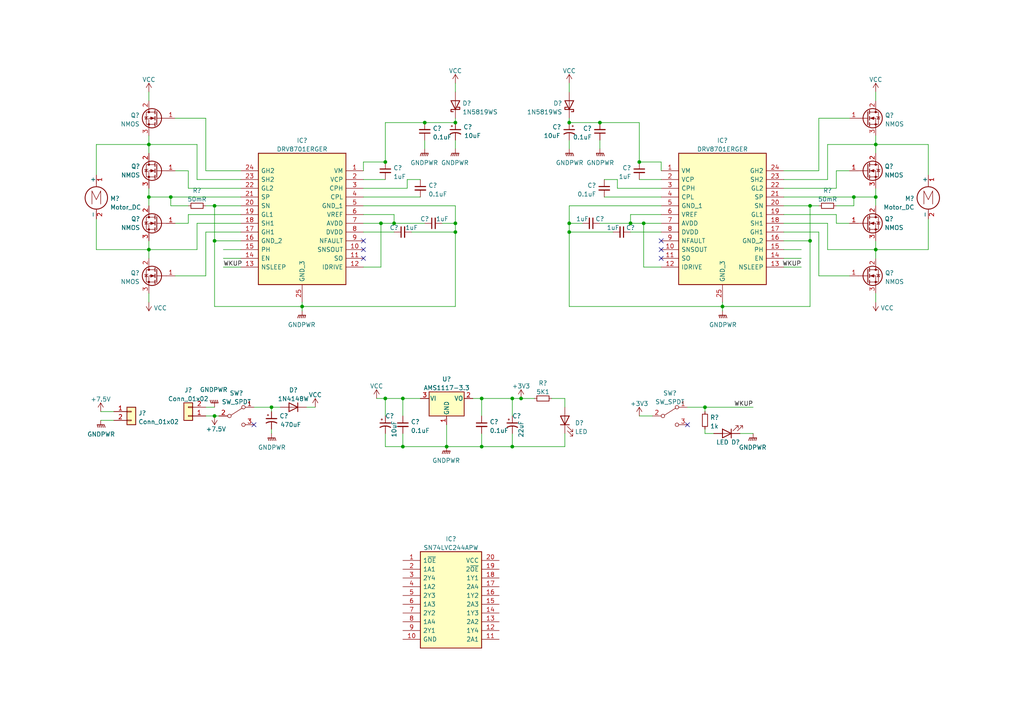
<source format=kicad_sch>
(kicad_sch (version 20211123) (generator eeschema)
  (paper "A4")
  (lib_symbols
    (symbol "Connector_Generic:Conn_01x02" (pin_names (offset 1.016) hide)
      (property "Reference" "J" (at 0 2.54 0))
      (property "Value" "Conn_01x02" (at 0 -5.08 0))
      (symbol "Conn_01x02_1_1"
        (rectangle (start -1.27 -2.413) (end 0 -2.667) (stroke (width 0.1524)))
        (rectangle (start -1.27 0.127) (end 0 -0.127) (stroke (width 0.1524)))
        (rectangle (start -1.27 1.27) (end 1.27 -3.81) (stroke (width 0.254)) (fill (type background)))
        (pin passive line (at -5.08 0 0) (length 3.81) (name "Pin_1") (number "1"))
        (pin passive line (at -5.08 -2.54 0) (length 3.81) (name "Pin_2") (number "2"))
      )
    )
    (symbol "Device:C_Polarized_Small_US" (pin_numbers hide) (pin_names (offset 0.254) hide)
      (property "Reference" "C" (at 0.254 1.778 0))
      (property "Value" "C_Polarized_Small_US" (at 0.254 -2.032 0))
      (symbol "C_Polarized_Small_US_0_1"
        (polyline (pts (xy -1.524 0.508) (xy 1.524 0.508)) (stroke (width 0.3048)))
        (polyline (pts (xy -1.27 1.524) (xy -0.762 1.524)))
        (polyline (pts (xy -1.016 1.27) (xy -1.016 1.778)))
        (arc (start 1.524 -0.762) (mid 0 -0.3734) (end -1.524 -0.762) (stroke (width 0.3048)))
      )
      (symbol "C_Polarized_Small_US_1_1"
        (pin passive line (at 0 2.54 270) (length 2.032) (name "~") (number "1"))
        (pin passive line (at 0 -2.54 90) (length 2.032) (name "~") (number "2"))
      )
    )
    (symbol "Device:C_Small" (pin_numbers hide) (pin_names (offset 0.254) hide)
      (property "Reference" "C" (at 0.254 1.778 0))
      (property "Value" "C_Small" (at 0.254 -2.032 0))
      (symbol "C_Small_0_1"
        (polyline (pts (xy -1.524 -0.508) (xy 1.524 -0.508)) (stroke (width 0.3302)))
        (polyline (pts (xy -1.524 0.508) (xy 1.524 0.508)) (stroke (width 0.3048)))
      )
      (symbol "C_Small_1_1"
        (pin passive line (at 0 2.54 270) (length 2.032) (name "~") (number "1"))
        (pin passive line (at 0 -2.54 90) (length 2.032) (name "~") (number "2"))
      )
    )
    (symbol "Device:LED" (pin_numbers hide) (pin_names (offset 1.016) hide)
      (property "Reference" "D" (at 0 2.54 0))
      (property "Value" "LED" (at 0 -2.54 0))
      (symbol "LED_0_1"
        (polyline (pts (xy -1.27 -1.27) (xy -1.27 1.27)) (stroke (width 0.254)))
        (polyline (pts (xy -1.27 0) (xy 1.27 0)))
        (polyline (pts (xy 1.27 -1.27) (xy 1.27 1.27) (xy -1.27 0) (xy 1.27 -1.27)) (stroke (width 0.254)))
        (polyline (pts (xy -3.048 -0.762) (xy -4.572 -2.286) (xy -3.81 -2.286) (xy -4.572 -2.286) (xy -4.572 -1.524)))
        (polyline (pts (xy -1.778 -0.762) (xy -3.302 -2.286) (xy -2.54 -2.286) (xy -3.302 -2.286) (xy -3.302 -1.524)))
      )
      (symbol "LED_1_1"
        (pin passive line (at -3.81 0 0) (length 2.54) (name "K") (number "1"))
        (pin passive line (at 3.81 0 180) (length 2.54) (name "A") (number "2"))
      )
    )
    (symbol "Device:Q_NMOS_GDS" (pin_names (offset 0) hide)
      (property "Reference" "Q" (at 5.08 1.27 0))
      (property "Value" "Q_NMOS_GDS" (at 5.08 -1.27 0))
      (symbol "Q_NMOS_GDS_0_1"
        (polyline (pts (xy 0.254 0) (xy -2.54 0)))
        (polyline (pts (xy 0.254 1.905) (xy 0.254 -1.905)) (stroke (width 0.254)))
        (polyline (pts (xy 0.762 -1.27) (xy 0.762 -2.286)) (stroke (width 0.254)))
        (polyline (pts (xy 0.762 0.508) (xy 0.762 -0.508)) (stroke (width 0.254)))
        (polyline (pts (xy 0.762 2.286) (xy 0.762 1.27)) (stroke (width 0.254)))
        (polyline (pts (xy 2.54 2.54) (xy 2.54 1.778)))
        (polyline (pts (xy 2.54 -2.54) (xy 2.54 0) (xy 0.762 0)))
        (polyline (pts (xy 0.762 -1.778) (xy 3.302 -1.778) (xy 3.302 1.778) (xy 0.762 1.778)))
        (polyline (pts (xy 1.016 0) (xy 2.032 0.381) (xy 2.032 -0.381) (xy 1.016 0)) (fill (type outline)))
        (polyline (pts (xy 2.794 0.508) (xy 2.921 0.381) (xy 3.683 0.381) (xy 3.81 0.254)))
        (polyline (pts (xy 3.302 0.381) (xy 2.921 -0.254) (xy 3.683 -0.254) (xy 3.302 0.381)))
        (circle (center 1.651 0) (radius 2.794) (stroke (width 0.254)))
        (circle (center 2.54 -1.778) (radius 0.254) (fill (type outline)))
        (circle (center 2.54 1.778) (radius 0.254) (fill (type outline)))
      )
      (symbol "Q_NMOS_GDS_1_1"
        (pin input line (at -5.08 0 0) (length 2.54) (name "G") (number "1"))
        (pin passive line (at 2.54 5.08 270) (length 2.54) (name "D") (number "2"))
        (pin passive line (at 2.54 -5.08 90) (length 2.54) (name "S") (number "3"))
      )
    )
    (symbol "Device:R_Small" (pin_numbers hide) (pin_names (offset 0.254) hide)
      (property "Reference" "R" (at 0.762 0.508 0))
      (property "Value" "R_Small" (at 0.762 -1.016 0))
      (symbol "R_Small_0_1"
        (rectangle (start -0.762 1.778) (end 0.762 -1.778) (stroke (width 0.2032)))
      )
      (symbol "R_Small_1_1"
        (pin passive line (at 0 2.54 270) (length 0.762) (name "~") (number "1"))
        (pin passive line (at 0 -2.54 90) (length 0.762) (name "~") (number "2"))
      )
    )
    (symbol "Diode:1N4148W" (pin_numbers hide) (pin_names hide)
      (property "Reference" "D" (at 0 2.54 0))
      (property "Value" "1N4148W" (at 0 -2.54 0))
      (symbol "1N4148W_0_1"
        (polyline (pts (xy -1.27 1.27) (xy -1.27 -1.27)) (stroke (width 0.254)))
        (polyline (pts (xy 1.27 0) (xy -1.27 0)))
        (polyline (pts (xy 1.27 1.27) (xy 1.27 -1.27) (xy -1.27 0) (xy 1.27 1.27)) (stroke (width 0.254)))
      )
      (symbol "1N4148W_1_1"
        (pin passive line (at -3.81 0 0) (length 2.54) (name "K") (number "1"))
        (pin passive line (at 3.81 0 180) (length 2.54) (name "A") (number "2"))
      )
    )
    (symbol "Diode:1N5819WS" (pin_numbers hide) (pin_names (offset 1.016) hide)
      (property "Reference" "D" (at 0 2.54 0))
      (property "Value" "1N5819WS" (at 0 -2.54 0))
      (symbol "1N5819WS_0_1"
        (polyline (pts (xy 1.27 0) (xy -1.27 0)))
        (polyline (pts (xy 1.27 1.27) (xy 1.27 -1.27) (xy -1.27 0) (xy 1.27 1.27)) (stroke (width 0.254)))
        (polyline (pts (xy -1.905 0.635) (xy -1.905 1.27) (xy -1.27 1.27) (xy -1.27 -1.27) (xy -0.635 -1.27) (xy -0.635 -0.635)) (stroke (width 0.254)))
      )
      (symbol "1N5819WS_1_1"
        (pin passive line (at -3.81 0 0) (length 2.54) (name "K") (number "1"))
        (pin passive line (at 3.81 0 180) (length 2.54) (name "A") (number "2"))
      )
    )
    (symbol "ErBW_s:DRV8701ERGER" (pin_names (offset 0.762))
      (property "Reference" "IC" (at 50.8 1.27 0))
      (property "Value" "DRV8701ERGER" (at 50.8 -1.27 0))
      (symbol "DRV8701ERGER_0_0"
        (pin power_in line (at 0 0 0) (length 5.08) (name "VM") (number "1"))
        (pin bidirectional line (at 0 -22.86 0) (length 5.08) (name "SNSOUT") (number "10"))
        (pin bidirectional line (at 0 -25.4 0) (length 5.08) (name "SO") (number "11"))
        (pin bidirectional line (at 0 -27.94 0) (length 5.08) (name "IDRIVE") (number "12"))
        (pin bidirectional line (at 35.56 -27.94 180) (length 5.08) (name "NSLEEP") (number "13"))
        (pin bidirectional line (at 35.56 -25.4 180) (length 5.08) (name "EN") (number "14"))
        (pin bidirectional line (at 35.56 -22.86 180) (length 5.08) (name "PH") (number "15"))
        (pin power_in line (at 35.56 -20.32 180) (length 5.08) (name "GND_2") (number "16"))
        (pin bidirectional line (at 35.56 -17.78 180) (length 5.08) (name "GH1") (number "17"))
        (pin bidirectional line (at 35.56 -15.24 180) (length 5.08) (name "SH1") (number "18"))
        (pin bidirectional line (at 35.56 -12.7 180) (length 5.08) (name "GL1") (number "19"))
        (pin power_in line (at 0 -2.54 0) (length 5.08) (name "VCP") (number "2"))
        (pin bidirectional line (at 35.56 -10.16 180) (length 5.08) (name "SN") (number "20"))
        (pin bidirectional line (at 35.56 -7.62 180) (length 5.08) (name "SP") (number "21"))
        (pin bidirectional line (at 35.56 -5.08 180) (length 5.08) (name "GL2") (number "22"))
        (pin bidirectional line (at 35.56 -2.54 180) (length 5.08) (name "SH2") (number "23"))
        (pin bidirectional line (at 35.56 0 180) (length 5.08) (name "GH2") (number "24"))
        (pin power_in line (at 17.78 -38.1 90) (length 5.08) (name "GND_3") (number "25"))
        (pin power_in line (at 0 -5.08 0) (length 5.08) (name "CPH") (number "3"))
        (pin power_in line (at 0 -7.62 0) (length 5.08) (name "CPL") (number "4"))
        (pin power_in line (at 0 -10.16 0) (length 5.08) (name "GND_1") (number "5"))
        (pin bidirectional line (at 0 -12.7 0) (length 5.08) (name "VREF") (number "6"))
        (pin power_in line (at 0 -15.24 0) (length 5.08) (name "AVDD") (number "7"))
        (pin power_in line (at 0 -17.78 0) (length 5.08) (name "DVDD") (number "8"))
        (pin bidirectional line (at 0 -20.32 0) (length 5.08) (name "NFAULT") (number "9"))
      )
      (symbol "DRV8701ERGER_0_1"
        (polyline (pts (xy 5.08 5.08) (xy 30.48 5.08) (xy 30.48 -33.02) (xy 5.08 -33.02) (xy 5.08 5.08)) (stroke (width 0.254)) (fill (type background)))
      )
    )
    (symbol "ErBW_s:SN74LVC244APW" (pin_names (offset 0.762))
      (property "Reference" "IC" (at 24.13 7.62 0))
      (property "Value" "SN74LVC244APW" (at 24.13 5.08 0))
      (symbol "SN74LVC244APW_0_0"
        (pin passive line (at 0 0 0) (length 5.08) (name "1~{OE}") (number "1"))
        (pin power_in line (at 0 -22.86 0) (length 5.08) (name "GND") (number "10"))
        (pin passive line (at 27.94 -22.86 180) (length 5.08) (name "2A1") (number "11"))
        (pin passive line (at 27.94 -20.32 180) (length 5.08) (name "1Y4") (number "12"))
        (pin passive line (at 27.94 -17.78 180) (length 5.08) (name "2A2") (number "13"))
        (pin passive line (at 27.94 -15.24 180) (length 5.08) (name "1Y3") (number "14"))
        (pin passive line (at 27.94 -12.7 180) (length 5.08) (name "2A3") (number "15"))
        (pin passive line (at 27.94 -10.16 180) (length 5.08) (name "1Y2") (number "16"))
        (pin passive line (at 27.94 -7.62 180) (length 5.08) (name "2A4") (number "17"))
        (pin passive line (at 27.94 -5.08 180) (length 5.08) (name "1Y1") (number "18"))
        (pin power_in line (at 27.94 -2.54 180) (length 5.08) (name "2~{OE}") (number "19"))
        (pin passive line (at 0 -2.54 0) (length 5.08) (name "1A1") (number "2"))
        (pin power_in line (at 27.94 0 180) (length 5.08) (name "VCC") (number "20"))
        (pin passive line (at 0 -5.08 0) (length 5.08) (name "2Y4") (number "3"))
        (pin passive line (at 0 -7.62 0) (length 5.08) (name "1A2") (number "4"))
        (pin passive line (at 0 -10.16 0) (length 5.08) (name "2Y3") (number "5"))
        (pin passive line (at 0 -12.7 0) (length 5.08) (name "1A3") (number "6"))
        (pin passive line (at 0 -15.24 0) (length 5.08) (name "2Y2") (number "7"))
        (pin passive line (at 0 -17.78 0) (length 5.08) (name "1A4") (number "8"))
        (pin passive line (at 0 -20.32 0) (length 5.08) (name "2Y1") (number "9"))
      )
      (symbol "SN74LVC244APW_0_1"
        (polyline (pts (xy 5.08 2.54) (xy 22.86 2.54) (xy 22.86 -25.4) (xy 5.08 -25.4) (xy 5.08 2.54)) (stroke (width 0.254)) (fill (type background)))
      )
    )
    (symbol "Motor:Motor_DC" (pin_names (offset 0))
      (property "Reference" "M" (at 2.54 2.54 0))
      (property "Value" "Motor_DC" (at 2.54 -5.08 0))
      (symbol "Motor_DC_0_0"
        (polyline (pts (xy -1.27 -3.302) (xy -1.27 0.508) (xy 0 -2.032) (xy 1.27 0.508) (xy 1.27 -3.302)))
      )
      (symbol "Motor_DC_0_1"
        (circle (center 0 -1.524) (radius 3.2512) (stroke (width 0.254)))
        (polyline (pts (xy 0 -7.62) (xy 0 -7.112)))
        (polyline (pts (xy 0 -4.7752) (xy 0 -5.1816)))
        (polyline (pts (xy 0 1.7272) (xy 0 2.0828)))
        (polyline (pts (xy 0 2.032) (xy 0 2.54)))
      )
      (symbol "Motor_DC_1_1"
        (pin passive line (at 0 5.08 270) (length 2.54) (name "+") (number "1"))
        (pin passive line (at 0 -7.62 90) (length 2.54) (name "-") (number "2"))
      )
    )
    (symbol "Regulator_Linear:AMS1117-3.3" (pin_names (offset 0.254))
      (property "Reference" "U" (at -3.81 3.175 0))
      (property "Value" "AMS1117-3.3" (at 0 3.175 0))
      (symbol "AMS1117-3.3_0_1"
        (rectangle (start -5.08 -5.08) (end 5.08 1.905) (stroke (width 0.254)) (fill (type background)))
      )
      (symbol "AMS1117-3.3_1_1"
        (pin power_in line (at 0 -7.62 90) (length 2.54) (name "GND") (number "1"))
        (pin power_out line (at 7.62 0 180) (length 2.54) (name "VO") (number "2"))
        (pin power_in line (at -7.62 0 0) (length 2.54) (name "VI") (number "3"))
      )
    )
    (symbol "Switch:SW_SPDT" (pin_names (offset 0) hide)
      (property "Reference" "SW" (at 0 4.318 0))
      (property "Value" "SW_SPDT" (at 0 -5.08 0))
      (symbol "SW_SPDT_0_0"
        (circle (center -2.032 0) (radius 0.508))
        (circle (center 2.032 -2.54) (radius 0.508))
      )
      (symbol "SW_SPDT_0_1"
        (polyline (pts (xy -1.524 0.254) (xy 1.651 2.286)))
        (circle (center 2.032 2.54) (radius 0.508))
      )
      (symbol "SW_SPDT_1_1"
        (pin passive line (at 5.08 2.54 180) (length 2.54) (name "A") (number "1"))
        (pin passive line (at -5.08 0 0) (length 2.54) (name "B") (number "2"))
        (pin passive line (at 5.08 -2.54 180) (length 2.54) (name "C") (number "3"))
      )
    )
    (symbol "power:+3V3" (power) (pin_names (offset 0))
      (property "Value" "+3V3" (at 0 3.556 0))
      (symbol "+3V3_0_1"
        (polyline (pts (xy -0.762 1.27) (xy 0 2.54)))
        (polyline (pts (xy 0 0) (xy 0 2.54)))
        (polyline (pts (xy 0 2.54) (xy 0.762 1.27)))
      )
      (symbol "+3V3_1_1"
        (pin power_in line (at 0 0 90) (length 0) hide (name "+3V3") (number "1"))
      )
    )
    (symbol "power:+7.5V" (power) (pin_names (offset 0))
      (property "Value" "+7.5V" (at 0 3.556 0))
      (symbol "+7.5V_0_1"
        (polyline (pts (xy -0.762 1.27) (xy 0 2.54)))
        (polyline (pts (xy 0 0) (xy 0 2.54)))
        (polyline (pts (xy 0 2.54) (xy 0.762 1.27)))
      )
      (symbol "+7.5V_1_1"
        (pin power_in line (at 0 0 90) (length 0) hide (name "+7.5V") (number "1"))
      )
    )
    (symbol "power:GNDPWR" (power) (pin_names (offset 0))
      (property "Value" "GNDPWR" (at 0 -3.302 0))
      (symbol "GNDPWR_0_1"
        (polyline (pts (xy 0 -1.27) (xy 0 0)))
        (polyline (pts (xy -1.016 -1.27) (xy -1.27 -2.032) (xy -1.27 -2.032)) (stroke (width 0.2032)))
        (polyline (pts (xy -0.508 -1.27) (xy -0.762 -2.032) (xy -0.762 -2.032)) (stroke (width 0.2032)))
        (polyline (pts (xy 0 -1.27) (xy -0.254 -2.032) (xy -0.254 -2.032)) (stroke (width 0.2032)))
        (polyline (pts (xy 0.508 -1.27) (xy 0.254 -2.032) (xy 0.254 -2.032)) (stroke (width 0.2032)))
        (polyline (pts (xy 1.016 -1.27) (xy -1.016 -1.27) (xy -1.016 -1.27)) (stroke (width 0.2032)))
        (polyline (pts (xy 1.016 -1.27) (xy 0.762 -2.032) (xy 0.762 -2.032) (xy 0.762 -2.032)) (stroke (width 0.2032)))
      )
      (symbol "GNDPWR_1_1"
        (pin power_in line (at 0 0 270) (length 0) hide (name "GNDPWR") (number "1"))
      )
    )
    (symbol "power:VCC" (power) (pin_names (offset 0))
      (property "Value" "VCC" (at 0 3.81 0))
      (symbol "VCC_0_1"
        (polyline (pts (xy -0.762 1.27) (xy 0 2.54)))
        (polyline (pts (xy 0 0) (xy 0 2.54)))
        (polyline (pts (xy 0 2.54) (xy 0.762 1.27)))
      )
      (symbol "VCC_1_1"
        (pin power_in line (at 0 0 90) (length 0) hide (name "VCC") (number "1"))
      )
    )
  )
  (junction (at 209.55 88.9))
  (junction (at 204.47 118.11))
  (junction (at 62.23 59.69))
  (junction (at 247.65 57.15))
  (junction (at 78.74 118.11))
  (junction (at 110.49 64.77))
  (junction (at 43.18 72.39))
  (junction (at 173.99 35.56))
  (junction (at 254 41.91))
  (junction (at 254 72.39))
  (junction (at 87.63 88.9))
  (junction (at 114.3 64.77))
  (junction (at 116.84 129.54))
  (junction (at 186.69 64.77))
  (junction (at 62.23 120.65))
  (junction (at 132.08 67.31))
  (junction (at 123.19 35.56))
  (junction (at 139.7 115.57))
  (junction (at 234.95 69.85))
  (junction (at 165.1 35.56))
  (junction (at 148.59 115.57))
  (junction (at 111.76 46.99))
  (junction (at 148.59 129.54))
  (junction (at 234.95 59.69))
  (junction (at 129.54 129.54))
  (junction (at 43.18 57.15))
  (junction (at 185.42 46.99))
  (junction (at 62.23 69.85))
  (junction (at 43.18 41.91))
  (junction (at 165.1 64.77))
  (junction (at 49.53 57.15))
  (junction (at 116.84 115.57))
  (junction (at 254 57.15))
  (junction (at 111.76 115.57))
  (junction (at 182.88 64.77))
  (junction (at 151.13 115.57))
  (junction (at 139.7 129.54))
  (junction (at 165.1 67.31))
  (junction (at 132.08 64.77))
  (junction (at 132.08 35.56))
  (no_connect (at 191.77 74.93))
  (no_connect (at 73.66 123.19))
  (no_connect (at 191.77 72.39))
  (no_connect (at 199.39 123.19))
  (no_connect (at 105.41 69.85))
  (no_connect (at 105.41 72.39))
  (no_connect (at 105.41 74.93))
  (no_connect (at 191.77 69.85))
  (wire (pts (xy 57.15 64.77) (xy 69.85 64.77)))
  (wire (pts (xy 139.7 115.57) (xy 139.7 120.65)))
  (wire (pts (xy 240.03 52.07) (xy 227.33 52.07)))
  (wire (pts (xy 119.38 67.31) (xy 132.08 67.31)))
  (wire (pts (xy 62.23 69.85) (xy 62.23 59.69)))
  (wire (pts (xy 109.22 115.57) (xy 111.76 115.57)))
  (wire (pts (xy 191.77 46.99) (xy 185.42 46.99)))
  (wire (pts (xy 62.23 69.85) (xy 69.85 69.85)))
  (wire (pts (xy 254 72.39) (xy 240.03 72.39)))
  (wire (pts (xy 237.49 49.53) (xy 237.49 34.29)))
  (wire (pts (xy 204.47 119.38) (xy 204.47 118.11)))
  (wire (pts (xy 105.41 67.31) (xy 114.3 67.31)))
  (wire (pts (xy 242.57 59.69) (xy 247.65 59.69)))
  (wire (pts (xy 247.65 57.15) (xy 227.33 57.15)))
  (wire (pts (xy 132.08 67.31) (xy 132.08 64.77)))
  (wire (pts (xy 54.61 54.61) (xy 69.85 54.61)))
  (wire (pts (xy 151.13 115.57) (xy 154.94 115.57)))
  (wire (pts (xy 118.11 54.61) (xy 118.11 52.07)))
  (wire (pts (xy 179.07 52.07) (xy 175.26 52.07)))
  (wire (pts (xy 242.57 54.61) (xy 227.33 54.61)))
  (wire (pts (xy 43.18 57.15) (xy 43.18 59.69)))
  (wire (pts (xy 105.41 49.53) (xy 105.41 46.99)))
  (wire (pts (xy 59.69 80.01) (xy 50.8 80.01)))
  (wire (pts (xy 111.76 129.54) (xy 116.84 129.54)))
  (wire (pts (xy 54.61 62.23) (xy 69.85 62.23)))
  (wire (pts (xy 234.95 88.9) (xy 209.55 88.9)))
  (wire (pts (xy 132.08 64.77) (xy 128.27 64.77)))
  (wire (pts (xy 43.18 69.85) (xy 43.18 72.39)))
  (wire (pts (xy 237.49 67.31) (xy 227.33 67.31)))
  (wire (pts (xy 242.57 49.53) (xy 246.38 49.53)))
  (wire (pts (xy 148.59 115.57) (xy 151.13 115.57)))
  (wire (pts (xy 191.77 64.77) (xy 186.69 64.77)))
  (wire (pts (xy 139.7 125.73) (xy 139.7 129.54)))
  (wire (pts (xy 114.3 62.23) (xy 114.3 64.77)))
  (wire (pts (xy 49.53 59.69) (xy 49.53 57.15)))
  (wire (pts (xy 59.69 34.29) (xy 50.8 34.29)))
  (wire (pts (xy 191.77 54.61) (xy 179.07 54.61)))
  (wire (pts (xy 132.08 34.29) (xy 132.08 35.56)))
  (wire (pts (xy 186.69 77.47) (xy 186.69 64.77)))
  (wire (pts (xy 139.7 115.57) (xy 148.59 115.57)))
  (wire (pts (xy 209.55 88.9) (xy 209.55 87.63)))
  (wire (pts (xy 165.1 59.69) (xy 165.1 64.77)))
  (wire (pts (xy 237.49 67.31) (xy 237.49 80.01)))
  (wire (pts (xy 78.74 118.11) (xy 81.28 118.11)))
  (wire (pts (xy 240.03 52.07) (xy 240.03 41.91)))
  (wire (pts (xy 78.74 124.46) (xy 78.74 125.73)))
  (wire (pts (xy 269.24 41.91) (xy 254 41.91)))
  (wire (pts (xy 57.15 52.07) (xy 69.85 52.07)))
  (wire (pts (xy 269.24 72.39) (xy 254 72.39)))
  (wire (pts (xy 43.18 72.39) (xy 57.15 72.39)))
  (wire (pts (xy 54.61 62.23) (xy 54.61 64.77)))
  (wire (pts (xy 57.15 52.07) (xy 57.15 41.91)))
  (wire (pts (xy 105.41 62.23) (xy 114.3 62.23)))
  (wire (pts (xy 163.83 129.54) (xy 148.59 129.54)))
  (wire (pts (xy 242.57 54.61) (xy 242.57 49.53)))
  (wire (pts (xy 185.42 35.56) (xy 185.42 46.99)))
  (wire (pts (xy 43.18 41.91) (xy 57.15 41.91)))
  (wire (pts (xy 182.88 64.77) (xy 173.99 64.77)))
  (wire (pts (xy 59.69 120.65) (xy 62.23 120.65)))
  (wire (pts (xy 148.59 129.54) (xy 148.59 125.73)))
  (wire (pts (xy 137.16 115.57) (xy 139.7 115.57)))
  (wire (pts (xy 237.49 34.29) (xy 246.38 34.29)))
  (wire (pts (xy 111.76 35.56) (xy 111.76 46.99)))
  (wire (pts (xy 57.15 64.77) (xy 57.15 72.39)))
  (wire (pts (xy 29.21 121.92) (xy 33.02 121.92)))
  (wire (pts (xy 242.57 62.23) (xy 242.57 64.77)))
  (wire (pts (xy 254 54.61) (xy 254 57.15)))
  (wire (pts (xy 254 72.39) (xy 254 74.93)))
  (wire (pts (xy 78.74 118.11) (xy 78.74 119.38)))
  (wire (pts (xy 254 41.91) (xy 240.03 41.91)))
  (wire (pts (xy 116.84 129.54) (xy 129.54 129.54)))
  (wire (pts (xy 160.02 115.57) (xy 163.83 115.57)))
  (wire (pts (xy 204.47 118.11) (xy 218.44 118.11)))
  (wire (pts (xy 110.49 77.47) (xy 110.49 64.77)))
  (wire (pts (xy 116.84 115.57) (xy 121.92 115.57)))
  (wire (pts (xy 139.7 129.54) (xy 148.59 129.54)))
  (wire (pts (xy 43.18 26.67) (xy 43.18 29.21)))
  (wire (pts (xy 191.77 57.15) (xy 175.26 57.15)))
  (wire (pts (xy 87.63 90.17) (xy 87.63 88.9)))
  (wire (pts (xy 191.77 49.53) (xy 191.77 46.99)))
  (wire (pts (xy 110.49 64.77) (xy 114.3 64.77)))
  (wire (pts (xy 177.8 67.31) (xy 165.1 67.31)))
  (wire (pts (xy 129.54 129.54) (xy 139.7 129.54)))
  (wire (pts (xy 185.42 120.65) (xy 189.23 120.65)))
  (wire (pts (xy 214.63 125.73) (xy 218.44 125.73)))
  (wire (pts (xy 234.95 69.85) (xy 227.33 69.85)))
  (wire (pts (xy 105.41 77.47) (xy 110.49 77.47)))
  (wire (pts (xy 88.9 118.11) (xy 91.44 118.11)))
  (wire (pts (xy 237.49 59.69) (xy 234.95 59.69)))
  (wire (pts (xy 234.95 69.85) (xy 234.95 88.9)))
  (wire (pts (xy 118.11 52.07) (xy 121.92 52.07)))
  (wire (pts (xy 105.41 64.77) (xy 110.49 64.77)))
  (wire (pts (xy 105.41 57.15) (xy 121.92 57.15)))
  (wire (pts (xy 165.1 35.56) (xy 173.99 35.56)))
  (wire (pts (xy 29.21 119.38) (xy 33.02 119.38)))
  (wire (pts (xy 54.61 54.61) (xy 54.61 49.53)))
  (wire (pts (xy 62.23 120.65) (xy 63.5 120.65)))
  (wire (pts (xy 129.54 123.19) (xy 129.54 129.54)))
  (wire (pts (xy 132.08 24.13) (xy 132.08 26.67)))
  (wire (pts (xy 43.18 41.91) (xy 43.18 44.45)))
  (wire (pts (xy 204.47 124.46) (xy 204.47 125.73)))
  (wire (pts (xy 234.95 59.69) (xy 227.33 59.69)))
  (wire (pts (xy 132.08 88.9) (xy 87.63 88.9)))
  (wire (pts (xy 123.19 40.64) (xy 123.19 43.18)))
  (wire (pts (xy 165.1 67.31) (xy 165.1 88.9)))
  (wire (pts (xy 59.69 49.53) (xy 69.85 49.53)))
  (wire (pts (xy 242.57 64.77) (xy 246.38 64.77)))
  (wire (pts (xy 191.77 67.31) (xy 182.88 67.31)))
  (wire (pts (xy 116.84 125.73) (xy 116.84 129.54)))
  (wire (pts (xy 209.55 90.17) (xy 209.55 88.9)))
  (wire (pts (xy 186.69 64.77) (xy 182.88 64.77)))
  (wire (pts (xy 111.76 125.73) (xy 111.76 129.54)))
  (wire (pts (xy 191.77 52.07) (xy 185.42 52.07)))
  (wire (pts (xy 62.23 69.85) (xy 62.23 88.9)))
  (wire (pts (xy 111.76 115.57) (xy 111.76 120.65)))
  (wire (pts (xy 269.24 50.8) (xy 269.24 41.91)))
  (wire (pts (xy 199.39 118.11) (xy 204.47 118.11)))
  (wire (pts (xy 27.94 50.8) (xy 27.94 41.91)))
  (wire (pts (xy 165.1 34.29) (xy 165.1 35.56)))
  (wire (pts (xy 247.65 59.69) (xy 247.65 57.15)))
  (wire (pts (xy 165.1 67.31) (xy 165.1 64.77)))
  (wire (pts (xy 132.08 67.31) (xy 132.08 88.9)))
  (wire (pts (xy 54.61 64.77) (xy 50.8 64.77)))
  (wire (pts (xy 148.59 115.57) (xy 148.59 120.65)))
  (wire (pts (xy 43.18 54.61) (xy 43.18 57.15)))
  (wire (pts (xy 182.88 62.23) (xy 182.88 64.77)))
  (wire (pts (xy 165.1 64.77) (xy 168.91 64.77)))
  (wire (pts (xy 123.19 35.56) (xy 111.76 35.56)))
  (wire (pts (xy 132.08 35.56) (xy 123.19 35.56)))
  (wire (pts (xy 191.77 77.47) (xy 186.69 77.47)))
  (wire (pts (xy 59.69 118.11) (xy 62.23 118.11)))
  (wire (pts (xy 173.99 40.64) (xy 173.99 43.18)))
  (wire (pts (xy 59.69 67.31) (xy 59.69 80.01)))
  (wire (pts (xy 59.69 49.53) (xy 59.69 34.29)))
  (wire (pts (xy 87.63 88.9) (xy 87.63 87.63)))
  (wire (pts (xy 49.53 57.15) (xy 69.85 57.15)))
  (wire (pts (xy 165.1 24.13) (xy 165.1 26.67)))
  (wire (pts (xy 114.3 64.77) (xy 123.19 64.77)))
  (wire (pts (xy 27.94 72.39) (xy 43.18 72.39)))
  (wire (pts (xy 232.41 77.47) (xy 227.33 77.47)))
  (wire (pts (xy 240.03 64.77) (xy 240.03 72.39)))
  (wire (pts (xy 237.49 49.53) (xy 227.33 49.53)))
  (wire (pts (xy 43.18 39.37) (xy 43.18 41.91)))
  (wire (pts (xy 242.57 62.23) (xy 227.33 62.23)))
  (wire (pts (xy 43.18 57.15) (xy 49.53 57.15)))
  (wire (pts (xy 232.41 74.93) (xy 227.33 74.93)))
  (wire (pts (xy 132.08 40.64) (xy 132.08 43.18)))
  (wire (pts (xy 64.77 74.93) (xy 69.85 74.93)))
  (wire (pts (xy 254 26.67) (xy 254 29.21)))
  (wire (pts (xy 64.77 72.39) (xy 69.85 72.39)))
  (wire (pts (xy 62.23 59.69) (xy 69.85 59.69)))
  (wire (pts (xy 191.77 59.69) (xy 165.1 59.69)))
  (wire (pts (xy 62.23 88.9) (xy 87.63 88.9)))
  (wire (pts (xy 254 85.09) (xy 254 87.63)))
  (wire (pts (xy 204.47 125.73) (xy 207.01 125.73)))
  (wire (pts (xy 111.76 115.57) (xy 116.84 115.57)))
  (wire (pts (xy 105.41 46.99) (xy 111.76 46.99)))
  (wire (pts (xy 165.1 40.64) (xy 165.1 43.18)))
  (wire (pts (xy 237.49 80.01) (xy 246.38 80.01)))
  (wire (pts (xy 54.61 59.69) (xy 49.53 59.69)))
  (wire (pts (xy 191.77 62.23) (xy 182.88 62.23)))
  (wire (pts (xy 254 57.15) (xy 254 59.69)))
  (wire (pts (xy 179.07 54.61) (xy 179.07 52.07)))
  (wire (pts (xy 64.77 77.47) (xy 69.85 77.47)))
  (wire (pts (xy 269.24 63.5) (xy 269.24 72.39)))
  (wire (pts (xy 254 39.37) (xy 254 41.91)))
  (wire (pts (xy 173.99 35.56) (xy 185.42 35.56)))
  (wire (pts (xy 73.66 118.11) (xy 78.74 118.11)))
  (wire (pts (xy 43.18 85.09) (xy 43.18 87.63)))
  (wire (pts (xy 43.18 72.39) (xy 43.18 74.93)))
  (wire (pts (xy 105.41 59.69) (xy 132.08 59.69)))
  (wire (pts (xy 116.84 115.57) (xy 116.84 120.65)))
  (wire (pts (xy 105.41 52.07) (xy 111.76 52.07)))
  (wire (pts (xy 163.83 125.73) (xy 163.83 129.54)))
  (wire (pts (xy 163.83 115.57) (xy 163.83 118.11)))
  (wire (pts (xy 105.41 54.61) (xy 118.11 54.61)))
  (wire (pts (xy 54.61 49.53) (xy 50.8 49.53)))
  (wire (pts (xy 132.08 59.69) (xy 132.08 64.77)))
  (wire (pts (xy 59.69 67.31) (xy 69.85 67.31)))
  (wire (pts (xy 254 57.15) (xy 247.65 57.15)))
  (wire (pts (xy 165.1 88.9) (xy 209.55 88.9)))
  (wire (pts (xy 27.94 63.5) (xy 27.94 72.39)))
  (wire (pts (xy 254 69.85) (xy 254 72.39)))
  (wire (pts (xy 234.95 69.85) (xy 234.95 59.69)))
  (wire (pts (xy 27.94 41.91) (xy 43.18 41.91)))
  (wire (pts (xy 232.41 72.39) (xy 227.33 72.39)))
  (wire (pts (xy 254 41.91) (xy 254 44.45)))
  (wire (pts (xy 240.03 64.77) (xy 227.33 64.77)))
  (wire (pts (xy 59.69 59.69) (xy 62.23 59.69)))
  (label "WKUP" (at 232.41 77.47 180))
  (label "WKUP" (at 218.44 118.11 180))
  (label "WKUP" (at 64.77 77.47 0))
  (symbol (lib_id "Device:C_Small") (at 185.42 49.53 0) (mirror y) (unit 1)
    (property "Reference" "C?" (at 183.0959 48.7016 0) (effects (justify left)))
    (property "Value" "1uF" (at 183.0959 51.2385 0) (effects (justify left)))
  )
  (symbol (lib_id "Motor:Motor_DC") (at 269.24 55.88 0) (mirror y) (unit 1)
    (property "Reference" "M?" (at 265.2268 57.5853 0) (effects (justify left)))
    (property "Value" "Motor_DC" (at 265.2268 60.1222 0) (effects (justify left)))
  )
  (symbol (lib_id "Device:LED") (at 163.83 121.92 90) (unit 1)
    (property "Reference" "D?" (at 166.751 122.6728 90) (effects (justify right)))
    (property "Value" "LED" (at 166.751 125.2097 90) (effects (justify right)))
    (property "Reference" "D?" (effects hide))
    (property "Value" "LED" (effects hide))
  )
  (symbol (lib_id "Device:Q_NMOS_GDS") (at 251.46 64.77 0) (unit 1)
    (property "Reference" "Q?" (at 256.54 63.5 0) (effects (justify left)))
    (property "Value" "NMOS" (at 256.54 66.04 0) (effects (justify left)))
    (property "Footprint" "ErBW_s:TPH1R403NL" (effects hide))
  )
  (symbol (lib_id "Device:C_Small") (at 180.34 67.31 270) (mirror x) (unit 1)
    (property "Reference" "C?" (at 182.88 66.04 90))
    (property "Value" "1uF" (at 177.8 66.04 90))
  )
  (symbol (lib_id "Diode:1N4148W") (at 85.09 118.11 180) (unit 1)
    (property "Reference" "D?" (at 85.09 113.1402 0))
    (property "Value" "1N4148W" (at 85.09 115.6771 0))
    (property "Footprint" "Diode_SMD:D_SOD-123" (effects hide))
    (property "Datasheet" "https://www.vishay.com/docs/85748/1n4148w.pdf" (effects hide))
  )
  (symbol (lib_id "Device:R_Small") (at 204.47 121.92 0) (unit 1)
    (property "Reference" "R?" (at 205.9686 121.0853 0) (effects (justify left)))
    (property "Value" "1k" (at 205.9686 123.6222 0) (effects (justify left)))
  )
  (symbol (lib_id "Device:LED") (at 210.82 125.73 180) (unit 1)
    (property "Reference" "D?" (at 213.36 128.27 0))
    (property "Value" "LED" (at 209.55 128.27 0))
    (property "Reference" "D?" (effects hide))
    (property "Value" "LED" (effects hide))
  )
  (symbol (lib_id "Device:C_Polarized_Small_US") (at 165.1 38.1 0) (mirror y) (unit 1)
    (property "Reference" "C?" (at 162.7886 36.8335 0) (effects (justify left)))
    (property "Value" "10uF" (at 162.56 39.37 0) (effects (justify left)))
  )
  (symbol (lib_id "Device:C_Polarized_Small_US") (at 78.74 121.92 0) (unit 1)
    (property "Reference" "C?" (at 81.0514 120.6535 0) (effects (justify left)))
    (property "Value" "470uF" (at 81.28 123.19 0) (effects (justify left)))
  )
  (symbol (lib_id "power:GNDPWR") (at 123.19 43.18 0) (unit 1)
    (property "Reference" "#PWR?" (effects hide))
    (property "Value" "GNDPWR" (at 123.063 47.217 0))
  )
  (symbol (lib_id "Device:R_Small") (at 57.15 59.69 90) (unit 1)
    (property "Reference" "R?" (at 57.15 55.2536 90))
    (property "Value" "50mR" (at 57.15 57.7905 90))
  )
  (symbol (lib_id "Switch:SW_SPDT") (at 194.31 120.65 0) (unit 1)
    (property "Reference" "SW?" (at 194.31 114.0292 0))
    (property "Value" "SW_SPDT" (at 194.31 116.5661 0))
  )
  (symbol (lib_id "Device:C_Small") (at 111.76 49.53 0) (unit 1)
    (property "Reference" "C?" (at 114.0841 48.7016 0) (effects (justify left)))
    (property "Value" "1uF" (at 114.0841 51.2385 0) (effects (justify left)))
  )
  (symbol (lib_id "Regulator_Linear:AMS1117-3.3") (at 129.54 115.57 0) (unit 1)
    (property "Reference" "U?" (at 129.54 109.9652 0))
    (property "Value" "AMS1117-3.3" (at 129.54 112.5021 0))
    (property "Footprint" "Package_TO_SOT_SMD:SOT-223" (effects hide))
    (property "Footprint" "Package_TO_SOT_SMD:SOT-223" (effects hide))
    (property "Reference" "U?" (effects hide))
    (property "Value" "AMS1117-3.3" (effects hide))
  )
  (symbol (lib_id "power:GNDPWR") (at 165.1 43.18 0) (mirror y) (unit 1)
    (property "Reference" "#PWR?" (effects hide))
    (property "Value" "GNDPWR" (at 165.227 47.217 0))
  )
  (symbol (lib_id "power:GNDPWR") (at 62.23 118.11 0) (mirror x) (unit 1)
    (property "Reference" "#PWR?" (effects hide))
    (property "Value" "GNDPWR" (at 66.04 113.03 0) (effects (justify right)))
  )
  (symbol (lib_id "Connector_Generic:Conn_01x02") (at 38.1 119.38 0) (unit 1)
    (property "Reference" "J?" (at 40.132 119.8153 0) (effects (justify left)))
    (property "Value" "Conn_01x02" (at 40.132 122.3522 0) (effects (justify left)))
    (property "Footprint" "Connector_AMASS:AMASS_XT30U-F_1x02_P5.0mm_Vertical" (effects hide))
  )
  (symbol (lib_id "power:GNDPWR") (at 132.08 43.18 0) (unit 1)
    (property "Reference" "#PWR?" (effects hide))
    (property "Value" "GNDPWR" (at 131.953 47.217 0))
  )
  (symbol (lib_id "Connector_Generic:Conn_01x02") (at 54.61 120.65 180) (unit 1)
    (property "Reference" "J?" (at 54.61 113.1402 0))
    (property "Value" "Conn_01x02" (at 54.61 115.6771 0))
    (property "Footprint" "ErBW_s:BatteryHolder_2x18650" (effects hide))
  )
  (symbol (lib_id "power:VCC") (at 254 87.63 180) (unit 1)
    (property "Reference" "#PWR?" (effects hide))
    (property "Value" "VCC" (at 255.397 89.3338 0) (effects (justify right)))
  )
  (symbol (lib_id "Device:C_Small") (at 171.45 64.77 270) (mirror x) (unit 1)
    (property "Reference" "C?" (at 173.99 63.5 90))
    (property "Value" "1uF" (at 168.91 63.5 90))
  )
  (symbol (lib_id "Device:C_Small") (at 123.19 38.1 180) (unit 1)
    (property "Reference" "C?" (at 125.5141 37.2589 0) (effects (justify right)))
    (property "Value" "0.1uF" (at 125.5141 39.7958 0) (effects (justify right)))
  )
  (symbol (lib_id "power:GNDPWR") (at 129.54 129.54 0) (unit 1)
    (property "Reference" "#PWR?" (effects hide))
    (property "Value" "GNDPWR" (at 129.413 133.577 0))
  )
  (symbol (lib_id "Device:C_Small") (at 116.84 67.31 90) (unit 1)
    (property "Reference" "C?" (at 114.3 66.04 90))
    (property "Value" "1uF" (at 119.38 66.04 90))
  )
  (symbol (lib_id "Device:Q_NMOS_GDS") (at 45.72 80.01 0) (mirror y) (unit 1)
    (property "Reference" "Q?" (at 40.5131 79.1753 0) (effects (justify left)))
    (property "Value" "NMOS" (at 40.5131 81.7122 0) (effects (justify left)))
    (property "Footprint" "ErBW_s:TPH1R403NL" (effects hide))
  )
  (symbol (lib_id "ErBW_s:DRV8701ERGER") (at 191.77 49.53 0) (unit 1)
    (property "Reference" "IC?" (at 209.55 40.7502 0))
    (property "Value" "DRV8701ERGER" (at 209.55 43.2871 0))
    (property "Footprint" "Package_DFN_QFN:QFN-24-1EP_4x4mm_P0.5mm_EP2.65x2.65mm_ThermalVias" (effects hide))
    (property "Datasheet" "http://www.ti.com/lit/gpn/DRV8701" (effects hide))
    (property "Description" "Brushed DC Motor Gate Driver (PH/EN, PWM Ctrl)" (effects hide))
    (property "Height" "1" (effects hide))
    (property "Manufacturer_Name" "Texas Instruments" (effects hide))
    (property "Manufacturer_Part_Number" "DRV8701ERGER" (effects hide))
    (property "Mouser Part Number" "595-DRV8701ERGER" (effects hide))
    (property "Mouser Price/Stock" "https://www.mouser.co.uk/ProductDetail/Texas-Instruments/DRV8701ERGER?qs=UfUFg%2FkmHHGO0gqJCiEBBQ%3D%3D" (effects hide))
    (property "Arrow Part Number" "DRV8701ERGER" (effects hide))
    (property "Arrow Price/Stock" "https://www.arrow.com/en/products/drv8701erger/texas-instruments?region=nac" (effects hide))
  )
  (symbol (lib_id "ErBW_s:SN74LVC244APW") (at 116.84 162.56 0) (unit 1)
    (property "Reference" "IC?" (at 130.81 156.3202 0))
    (property "Value" "SN74LVC244APW" (at 130.81 158.8571 0))
    (property "Footprint" "SOP65P640X120-20N" (effects hide))
    (property "Datasheet" "http://componentsearchengine.com/Datasheets/1/SN74LVC244APW.pdf" (effects hide))
    (property "Description" "Octal Buffer/Driver With 3-State Outputs" (effects hide))
    (property "Height" "1.2" (effects hide))
    (property "Manufacturer_Name" "Texas Instruments" (effects hide))
    (property "Manufacturer_Part_Number" "SN74LVC244APW" (effects hide))
    (property "Mouser Part Number" "595-SN74LVC244APW" (effects hide))
    (property "Mouser Price/Stock" "https://www.mouser.co.uk/ProductDetail/Texas-Instruments/SN74LVC244APW?qs=Tv815z3GeNRRitEwpCCsGw%3D%3D" (effects hide))
    (property "Arrow Part Number" "SN74LVC244APW" (effects hide))
    (property "Arrow Price/Stock" "https://www.arrow.com/en/products/sn74lvc244apw/texas-instruments?region=nac" (effects hide))
  )
  (symbol (lib_id "Device:C_Small") (at 173.99 38.1 0) (mirror x) (unit 1)
    (property "Reference" "C?" (at 171.6659 37.2589 0) (effects (justify right)))
    (property "Value" "0.1uF" (at 171.6659 39.7958 0) (effects (justify right)))
  )
  (symbol (lib_id "power:VCC") (at 109.22 115.57 0) (unit 1)
    (property "Reference" "#PWR?" (effects hide))
    (property "Value" "VCC" (at 109.22 111.9942 0))
  )
  (symbol (lib_id "power:VCC") (at 43.18 26.67 0) (unit 1)
    (property "Reference" "#PWR?" (effects hide))
    (property "Value" "VCC" (at 43.18 23.0942 0))
  )
  (symbol (lib_id "Device:C_Small") (at 116.84 123.19 0) (unit 1)
    (property "Reference" "C?" (at 119.1641 122.3616 0) (effects (justify left)))
    (property "Value" "0.1uF" (at 119.1641 124.8985 0) (effects (justify left)))
    (property "Reference" "C?" (effects hide))
    (property "Value" "0.1uF" (effects hide))
  )
  (symbol (lib_id "Diode:1N5819WS") (at 165.1 30.48 270) (mirror x) (unit 1)
    (property "Reference" "D?" (at 163.068 29.9628 90) (effects (justify right)))
    (property "Value" "1N5819WS" (at 163.068 32.4997 90) (effects (justify right)))
    (property "Footprint" "Diode_SMD:D_SOD-323" (effects hide))
    (property "Datasheet" "https://datasheet.lcsc.com/lcsc/2204281430_Guangdong-Hottech-1N5819WS_C191023.pdf" (effects hide))
  )
  (symbol (lib_id "Device:R_Small") (at 157.48 115.57 90) (unit 1)
    (property "Reference" "R?" (at 157.48 111.1336 90))
    (property "Value" "5K1" (at 157.48 113.6705 90))
    (property "Reference" "R?" (effects hide))
    (property "Value" "5K1" (effects hide))
  )
  (symbol (lib_id "power:VCC") (at 254 26.67 0) (unit 1)
    (property "Reference" "#PWR?" (effects hide))
    (property "Value" "VCC" (at 254 23.0942 0))
  )
  (symbol (lib_id "power:VCC") (at 165.1 24.13 0) (unit 1)
    (property "Reference" "#PWR?" (effects hide))
    (property "Value" "VCC" (at 165.1 20.5542 0))
  )
  (symbol (lib_id "Device:C_Small") (at 125.73 64.77 90) (unit 1)
    (property "Reference" "C?" (at 123.19 63.5 90))
    (property "Value" "1uF" (at 128.27 63.5 90))
  )
  (symbol (lib_id "power:VCC") (at 132.08 24.13 0) (unit 1)
    (property "Reference" "#PWR?" (effects hide))
    (property "Value" "VCC" (at 132.08 20.5542 0))
  )
  (symbol (lib_id "Device:Q_NMOS_GDS") (at 251.46 80.01 0) (unit 1)
    (property "Reference" "Q?" (at 256.6669 79.1753 0) (effects (justify left)))
    (property "Value" "NMOS" (at 256.6669 81.7122 0) (effects (justify left)))
    (property "Footprint" "ErBW_s:TPH1R403NL" (effects hide))
  )
  (symbol (lib_id "Device:C_Polarized_Small_US") (at 148.59 123.19 0) (unit 1)
    (property "Reference" "C?" (at 149.86 120.65 0))
    (property "Value" "22uF" (at 151.13 124.46 90))
  )
  (symbol (lib_id "Motor:Motor_DC") (at 27.94 55.88 0) (unit 1)
    (property "Reference" "M?" (at 31.9532 57.5853 0) (effects (justify left)))
    (property "Value" "Motor_DC" (at 31.9532 60.1222 0) (effects (justify left)))
  )
  (symbol (lib_id "power:VCC") (at 91.44 118.11 0) (unit 1)
    (property "Reference" "#PWR?" (effects hide))
    (property "Value" "VCC" (at 91.44 114.5342 0))
  )
  (symbol (lib_id "power:+7.5V") (at 29.21 119.38 0) (unit 1)
    (property "Reference" "#PWR?" (effects hide))
    (property "Value" "+7.5V" (at 29.21 115.8042 0))
  )
  (symbol (lib_id "Device:Q_NMOS_GDS") (at 45.72 34.29 0) (mirror y) (unit 1)
    (property "Reference" "Q?" (at 40.5131 33.4553 0) (effects (justify left)))
    (property "Value" "NMOS" (at 40.5131 35.9922 0) (effects (justify left)))
    (property "Footprint" "ErBW_s:TPH1R403NL" (effects hide))
  )
  (symbol (lib_id "power:GNDPWR") (at 78.74 125.73 0) (mirror y) (unit 1)
    (property "Reference" "#PWR?" (effects hide))
    (property "Value" "GNDPWR" (at 78.867 129.767 0))
  )
  (symbol (lib_id "power:+3V3") (at 185.42 120.65 0) (unit 1)
    (property "Reference" "#PWR?" (effects hide))
    (property "Value" "+3V3" (at 185.42 117.0742 0))
  )
  (symbol (lib_id "Device:C_Small") (at 175.26 54.61 0) (mirror y) (unit 1)
    (property "Reference" "C?" (at 172.9359 53.7816 0) (effects (justify left)))
    (property "Value" "0.1uF" (at 172.9359 56.3185 0) (effects (justify left)))
  )
  (symbol (lib_id "power:VCC") (at 43.18 87.63 180) (unit 1)
    (property "Reference" "#PWR?" (effects hide))
    (property "Value" "VCC" (at 44.577 89.3338 0) (effects (justify right)))
  )
  (symbol (lib_id "power:GNDPWR") (at 29.21 121.92 0) (mirror y) (unit 1)
    (property "Reference" "#PWR?" (effects hide))
    (property "Value" "GNDPWR" (at 29.337 125.957 0))
  )
  (symbol (lib_id "Device:C_Polarized_Small_US") (at 111.76 123.19 0) (unit 1)
    (property "Reference" "C?" (at 113.03 120.65 0))
    (property "Value" "10uF" (at 114.3 124.46 90))
  )
  (symbol (lib_id "power:GNDPWR") (at 87.63 90.17 0) (unit 1)
    (property "Reference" "#PWR?" (effects hide))
    (property "Value" "GNDPWR" (at 87.503 94.207 0))
  )
  (symbol (lib_id "Device:C_Polarized_Small_US") (at 132.08 38.1 0) (unit 1)
    (property "Reference" "C?" (at 134.3914 36.8335 0) (effects (justify left)))
    (property "Value" "10uF" (at 134.62 39.37 0) (effects (justify left)))
  )
  (symbol (lib_id "power:GNDPWR") (at 173.99 43.18 0) (mirror y) (unit 1)
    (property "Reference" "#PWR?" (effects hide))
    (property "Value" "GNDPWR" (at 174.117 47.217 0))
  )
  (symbol (lib_id "Device:Q_NMOS_GDS") (at 251.46 49.53 0) (unit 1)
    (property "Reference" "Q?" (at 256.54 48.26 0) (effects (justify left)))
    (property "Value" "NMOS" (at 256.54 50.8 0) (effects (justify left)))
    (property "Footprint" "ErBW_s:TPH1R403NL" (effects hide))
  )
  (symbol (lib_id "Device:R_Small") (at 240.03 59.69 270) (mirror x) (unit 1)
    (property "Reference" "R?" (at 240.03 55.2536 90))
    (property "Value" "50mR" (at 240.03 57.7905 90))
  )
  (symbol (lib_id "power:GNDPWR") (at 218.44 125.73 0) (unit 1)
    (property "Reference" "#PWR?" (effects hide))
    (property "Value" "GNDPWR" (at 218.313 129.767 0))
  )
  (symbol (lib_id "power:GNDPWR") (at 209.55 90.17 0) (mirror y) (unit 1)
    (property "Reference" "#PWR?" (effects hide))
    (property "Value" "GNDPWR" (at 209.677 94.207 0))
  )
  (symbol (lib_id "Device:Q_NMOS_GDS") (at 45.72 64.77 0) (mirror y) (unit 1)
    (property "Reference" "Q?" (at 40.64 63.5 0) (effects (justify left)))
    (property "Value" "NMOS" (at 40.64 66.04 0) (effects (justify left)))
    (property "Footprint" "ErBW_s:TPH1R403NL" (effects hide))
  )
  (symbol (lib_id "ErBW_s:DRV8701ERGER") (at 105.41 49.53 0) (mirror y) (unit 1)
    (property "Reference" "IC?" (at 87.63 40.7502 0))
    (property "Value" "DRV8701ERGER" (at 87.63 43.2871 0))
    (property "Footprint" "Package_DFN_QFN:QFN-24-1EP_4x4mm_P0.5mm_EP2.65x2.65mm_ThermalVias" (effects hide))
    (property "Datasheet" "http://www.ti.com/lit/gpn/DRV8701" (effects hide))
    (property "Description" "Brushed DC Motor Gate Driver (PH/EN, PWM Ctrl)" (effects hide))
    (property "Height" "1" (effects hide))
    (property "Manufacturer_Name" "Texas Instruments" (effects hide))
    (property "Manufacturer_Part_Number" "DRV8701ERGER" (effects hide))
    (property "Mouser Part Number" "595-DRV8701ERGER" (effects hide))
    (property "Mouser Price/Stock" "https://www.mouser.co.uk/ProductDetail/Texas-Instruments/DRV8701ERGER?qs=UfUFg%2FkmHHGO0gqJCiEBBQ%3D%3D" (effects hide))
    (property "Arrow Part Number" "DRV8701ERGER" (effects hide))
    (property "Arrow Price/Stock" "https://www.arrow.com/en/products/drv8701erger/texas-instruments?region=nac" (effects hide))
  )
  (symbol (lib_id "Device:Q_NMOS_GDS") (at 45.72 49.53 0) (mirror y) (unit 1)
    (property "Reference" "Q?" (at 40.64 48.26 0) (effects (justify left)))
    (property "Value" "NMOS" (at 40.64 50.8 0) (effects (justify left)))
    (property "Footprint" "ErBW_s:TPH1R403NL" (effects hide))
  )
  (symbol (lib_id "power:+7.5V") (at 62.23 120.65 180) (unit 1)
    (property "Reference" "#PWR?" (effects hide))
    (property "Value" "+7.5V" (at 59.69 124.46 0) (effects (justify right)))
  )
  (symbol (lib_id "power:+3V3") (at 151.13 115.57 0) (unit 1)
    (property "Reference" "#PWR?" (effects hide))
    (property "Value" "+3V3" (at 151.13 111.9942 0))
  )
  (symbol (lib_id "Device:C_Small") (at 139.7 123.19 0) (unit 1)
    (property "Reference" "C?" (at 142.0241 122.3616 0) (effects (justify left)))
    (property "Value" "0.1uF" (at 142.0241 124.8985 0) (effects (justify left)))
    (property "Reference" "C?" (effects hide))
    (property "Value" "0.1uF" (effects hide))
  )
  (symbol (lib_id "Device:C_Small") (at 121.92 54.61 0) (unit 1)
    (property "Reference" "C?" (at 124.2441 53.7816 0) (effects (justify left)))
    (property "Value" "0.1uF" (at 124.2441 56.3185 0) (effects (justify left)))
  )
  (symbol (lib_id "Switch:SW_SPDT") (at 68.58 120.65 0) (unit 1)
    (property "Reference" "SW?" (at 68.58 114.0292 0))
    (property "Value" "SW_SPDT" (at 68.58 116.5661 0))
  )
  (symbol (lib_id "Diode:1N5819WS") (at 132.08 30.48 90) (unit 1)
    (property "Reference" "D?" (at 134.112 29.9628 90) (effects (justify right)))
    (property "Value" "1N5819WS" (at 134.112 32.4997 90) (effects (justify right)))
    (property "Footprint" "Diode_SMD:D_SOD-323" (effects hide))
    (property "Datasheet" "https://datasheet.lcsc.com/lcsc/2204281430_Guangdong-Hottech-1N5819WS_C191023.pdf" (effects hide))
  )
  (symbol (lib_id "Device:Q_NMOS_GDS") (at 251.46 34.29 0) (unit 1)
    (property "Reference" "Q?" (at 256.6669 33.4553 0) (effects (justify left)))
    (property "Value" "NMOS" (at 256.6669 35.9922 0) (effects (justify left)))
    (property "Footprint" "ErBW_s:TPH1R403NL" (effects hide))
  )
)
</source>
